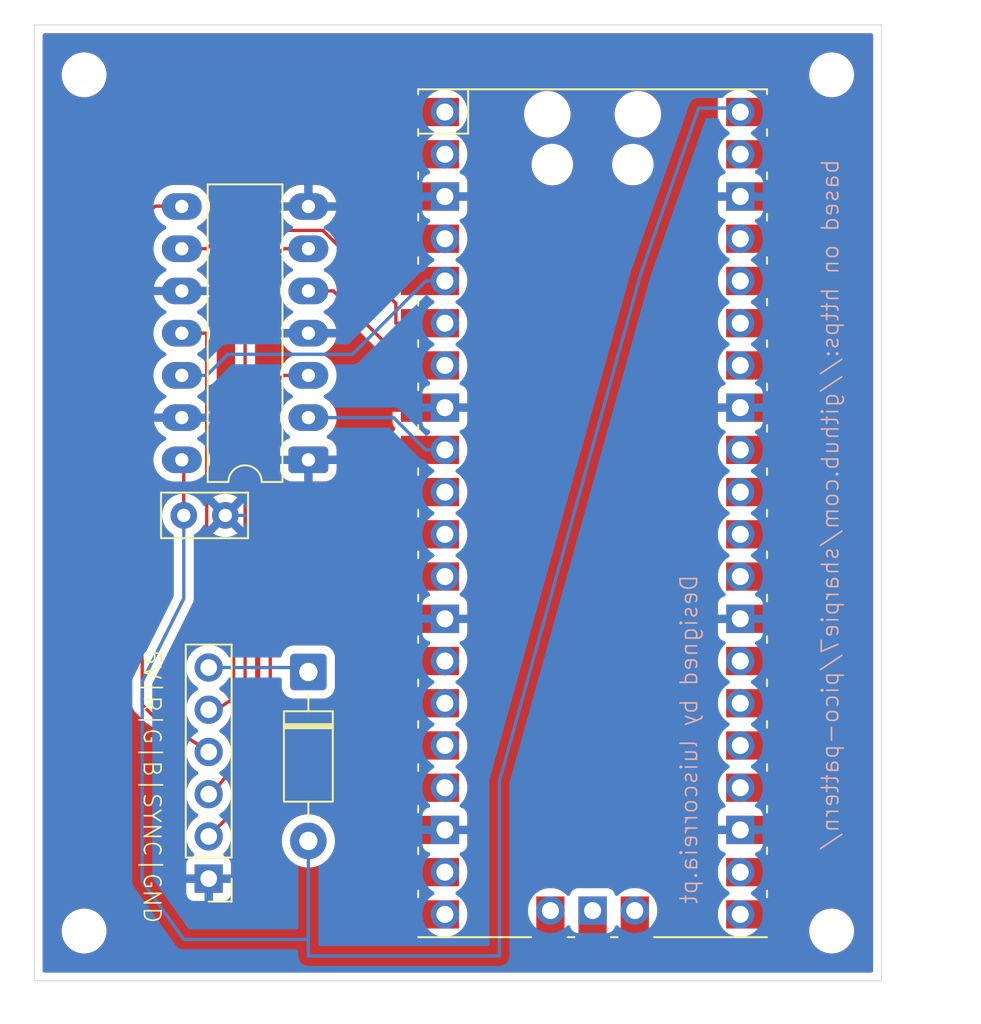
<source format=kicad_pcb>
(kicad_pcb (version 20241229) (generator "pcbnew") (generator_version "9.0")
  (layers (0 "F.Cu" signal) (2 "B.Cu" signal) (13 "F.Paste" user) (15 "B.Paste" user) (5 "F.SilkS" user "F.Silkscreen") (7 "B.SilkS" user "B.Silkscreen") (1 "F.Mask" user) (3 "B.Mask" user) (25 "Edge.Cuts" user))
  (net 0 "")
  (net 31 "Net-(D1-K)")
  (net 32 "GND")
  (net 33 "/BLUE")
  (net 34 "/CSYNC")
  (net 35 "/RED")
  (net 36 "/GREEN")
  (net 38 "Net-(U1-GPIO3)")
  (net 39 "Net-(U1-GPIO4)")
  (net 44 "Net-(U1-GPIO6)")
  (net 54 "Net-(U1-GPIO5)")
  (net 71 "/VCC")
  (footprint "Package_DIP:DIP-14_W7.62mm_LongPads" (layer "F.Cu") (at 46 65.66 180)
    (property "Reference" "U2" (hide yes))
    (property "Value" "74AHCT125" (hide yes))
    (fp_line (start 6.06 16.57) (end 6.06 -1.33) (stroke (width 0.12)) (layer "F.SilkS"))
    (fp_line (start 6.06 -1.33) (end 4.81 -1.33) (stroke (width 0.12)) (layer "F.SilkS"))
    (fp_line (start 2.81 -1.33) (end 1.56 -1.33) (stroke (width 0.12)) (layer "F.SilkS"))
    (fp_line (start 1.56 16.57) (end 6.06 16.57) (stroke (width 0.12)) (layer "F.SilkS"))
    (fp_line (start 1.56 -1.33) (end 1.56 16.57) (stroke (width 0.12)) (layer "F.SilkS"))
    (fp_arc (start 4.81 -1.33) (mid 3.81 -0.33) (end 2.81 -1.33) (stroke (width 0.12)) (layer "F.SilkS"))
    (pad "1" thru_hole roundrect (at 0 0 180) (size 2.4 1.6) (drill 0.8) (layers "*.Cu" "*.Mask") (roundrect_rratio 0.15625) (net 32 "GND"))
    (pad "2" thru_hole oval (at 0 2.54 180) (size 2.4 1.6) (drill 0.8) (layers "*.Cu" "*.Mask") (net 44 "Net-(U1-GPIO6)"))
    (pad "3" thru_hole oval (at 0 5.08 180) (size 2.4 1.6) (drill 0.8) (layers "*.Cu" "*.Mask") (net 34 "/CSYNC"))
    (pad "4" thru_hole oval (at 0 7.62 180) (size 2.4 1.6) (drill 0.8) (layers "*.Cu" "*.Mask") (net 32 "GND"))
    (pad "5" thru_hole oval (at 0 10.16 180) (size 2.4 1.6) (drill 0.8) (layers "*.Cu" "*.Mask") (net 54 "Net-(U1-GPIO5)"))
    (pad "6" thru_hole oval (at 0 12.7 180) (size 2.4 1.6) (drill 0.8) (layers "*.Cu" "*.Mask") (net 33 "/BLUE"))
    (pad "7" thru_hole oval (at 0 15.24 180) (size 2.4 1.6) (drill 0.8) (layers "*.Cu" "*.Mask") (net 32 "GND"))
    (pad "8" thru_hole oval (at 7.62 15.24 180) (size 2.4 1.6) (drill 0.8) (layers "*.Cu" "*.Mask") (net 36 "/GREEN"))
    (pad "9" thru_hole oval (at 7.62 12.7 180) (size 2.4 1.6) (drill 0.8) (layers "*.Cu" "*.Mask") (net 39 "Net-(U1-GPIO4)"))
    (pad "10" thru_hole oval (at 7.62 10.16 180) (size 2.4 1.6) (drill 0.8) (layers "*.Cu" "*.Mask") (net 32 "GND"))
    (pad "11" thru_hole oval (at 7.62 7.62 180) (size 2.4 1.6) (drill 0.8) (layers "*.Cu" "*.Mask") (net 35 "/RED"))
    (pad "12" thru_hole oval (at 7.62 5.08 180) (size 2.4 1.6) (drill 0.8) (layers "*.Cu" "*.Mask") (net 38 "Net-(U1-GPIO3)"))
    (pad "13" thru_hole oval (at 7.62 2.54 180) (size 2.4 1.6) (drill 0.8) (layers "*.Cu" "*.Mask") (net 32 "GND"))
    (pad "14" thru_hole oval (at 7.62 0 180) (size 2.4 1.6) (drill 0.8) (layers "*.Cu" "*.Mask") (net 71 "/VCC"))
  )
  (footprint "MountingHole:MountingHole_2.2mm_M2" (layer "F.Cu") (at 32.5 42.5)
    (property "Reference" "H1" (hide yes))
    (property "Value" "MountingHole" (hide yes))
    (pad "" np_thru_hole circle (at 0 0) (size 2.2 2.2) (drill 2.2) (layers "*.Cu" "*.Mask"))
  )
  (footprint "MountingHole:MountingHole_2.2mm_M2" (layer "F.Cu") (at 32.5 94)
    (property "Reference" "H3" (hide yes))
    (property "Value" "MountingHole" (hide yes))
    (pad "" np_thru_hole circle (at 0 0) (size 2.2 2.2) (drill 2.2) (layers "*.Cu" "*.Mask"))
  )
  (footprint "MountingHole:MountingHole_2.2mm_M2" (layer "F.Cu") (at 77.5 42.5)
    (property "Reference" "H2" (hide yes))
    (property "Value" "MountingHole" (hide yes))
    (pad "" np_thru_hole circle (at 0 0) (size 2.2 2.2) (drill 2.2) (layers "*.Cu" "*.Mask"))
  )
  (footprint "Connector_PinHeader_2.54mm:PinHeader_1x06_P2.54mm_Vertical" (layer "F.Cu") (at 40 90.85 180)
    (property "Reference" "J1" (hide yes))
    (property "Value" "RGB Output" (hide yes))
    (fp_line (start 1.38 1.27) (end 1.38 14.08) (stroke (width 0.12)) (layer "F.SilkS"))
    (fp_line (start -1.38 14.08) (end 1.38 14.08) (stroke (width 0.12)) (layer "F.SilkS"))
    (fp_line (start -1.38 1.27) (end 1.38 1.27) (stroke (width 0.12)) (layer "F.SilkS"))
    (fp_line (start -1.38 1.27) (end -1.38 14.08) (stroke (width 0.12)) (layer "F.SilkS"))
    (fp_line (start -1.38 0) (end -1.38 -1.38) (stroke (width 0.12)) (layer "F.SilkS"))
    (fp_line (start -1.38 -1.38) (end 0 -1.38) (stroke (width 0.12)) (layer "F.SilkS"))
    (pad "1" thru_hole rect (at 0 0 180) (size 1.7 1.7) (drill 1) (layers "*.Cu" "*.Mask") (net 32 "GND"))
    (pad "2" thru_hole circle (at 0 2.54 180) (size 1.7 1.7) (drill 1) (layers "*.Cu" "*.Mask") (net 34 "/CSYNC"))
    (pad "3" thru_hole circle (at 0 5.08 180) (size 1.7 1.7) (drill 1) (layers "*.Cu" "*.Mask") (net 33 "/BLUE"))
    (pad "4" thru_hole circle (at 0 7.62 180) (size 1.7 1.7) (drill 1) (layers "*.Cu" "*.Mask") (net 36 "/GREEN"))
    (pad "5" thru_hole circle (at 0 10.16 180) (size 1.7 1.7) (drill 1) (layers "*.Cu" "*.Mask") (net 35 "/RED"))
    (pad "6" thru_hole circle (at 0 12.7 180) (size 1.7 1.7) (drill 1) (layers "*.Cu" "*.Mask") (net 31 "Net-(D1-K)"))
  )
  (footprint "Diode_THT:D_DO-41_SOD81_P10.16mm_Horizontal" (layer "F.Cu") (at 46 78.42 -90)
    (property "Reference" "D1" (hide yes))
    (property "Value" "1N4001" (hide yes))
    (fp_line (start 1.34 0) (end 2.36 0) (stroke (width 0.12)) (layer "F.SilkS"))
    (fp_line (start 8.82 0) (end 7.8 0) (stroke (width 0.12)) (layer "F.SilkS"))
    (fp_line (start 3.14 -1.47) (end 3.14 1.47) (stroke (width 0.12)) (layer "F.SilkS"))
    (fp_line (start 3.26 -1.47) (end 3.26 1.47) (stroke (width 0.12)) (layer "F.SilkS"))
    (fp_line (start 3.38 -1.47) (end 3.38 1.47) (stroke (width 0.12)) (layer "F.SilkS"))
    (fp_rect (start 2.36 -1.47) (end 7.8 1.47) (stroke (width 0.12)) (fill no) (layer "F.SilkS"))
    (pad "1" thru_hole roundrect (at 0 0 270) (size 2.2 2.2) (drill 1.1) (layers "*.Cu" "*.Mask") (roundrect_rratio 0.113636) (net 31 "Net-(D1-K)"))
    (pad "2" thru_hole circle (at 10.16 0 270) (size 2.2 2.2) (drill 1.1) (layers "*.Cu" "*.Mask") (net 71 "/VCC"))
  )
  (footprint "pico:RPi_Pico_SMD_TH" (layer "F.Cu") (at 63.11 68.87)
    (property "Reference" "U1" (hide yes))
    (property "Value" "Pico" (hide yes))
    (fp_line (start -10.5 -25.5) (end -10.5 -25.2) (stroke (width 0.12)) (layer "F.SilkS"))
    (fp_line (start -10.5 -25.5) (end 10.5 -25.5) (stroke (width 0.12)) (layer "F.SilkS"))
    (fp_line (start -10.5 -23.1) (end -10.5 -22.7) (stroke (width 0.12)) (layer "F.SilkS"))
    (fp_line (start -10.5 -22.833) (end -7.493 -22.833) (stroke (width 0.12)) (layer "F.SilkS"))
    (fp_line (start -10.5 -20.5) (end -10.5 -20.1) (stroke (width 0.12)) (layer "F.SilkS"))
    (fp_line (start -10.5 -18) (end -10.5 -17.6) (stroke (width 0.12)) (layer "F.SilkS"))
    (fp_line (start -10.5 -15.4) (end -10.5 -15) (stroke (width 0.12)) (layer "F.SilkS"))
    (fp_line (start -10.5 -12.9) (end -10.5 -12.5) (stroke (width 0.12)) (layer "F.SilkS"))
    (fp_line (start -10.5 -10.4) (end -10.5 -10) (stroke (width 0.12)) (layer "F.SilkS"))
    (fp_line (start -10.5 -7.8) (end -10.5 -7.4) (stroke (width 0.12)) (layer "F.SilkS"))
    (fp_line (start -10.5 -5.3) (end -10.5 -4.9) (stroke (width 0.12)) (layer "F.SilkS"))
    (fp_line (start -10.5 -2.7) (end -10.5 -2.3) (stroke (width 0.12)) (layer "F.SilkS"))
    (fp_line (start -10.5 -0.2) (end -10.5 0.2) (stroke (width 0.12)) (layer "F.SilkS"))
    (fp_line (start -10.5 2.3) (end -10.5 2.7) (stroke (width 0.12)) (layer "F.SilkS"))
    (fp_line (start -10.5 4.9) (end -10.5 5.3) (stroke (width 0.12)) (layer "F.SilkS"))
    (fp_line (start -10.5 7.4) (end -10.5 7.8) (stroke (width 0.12)) (layer "F.SilkS"))
    (fp_line (start -10.5 10) (end -10.5 10.4) (stroke (width 0.12)) (layer "F.SilkS"))
    (fp_line (start -10.5 12.5) (end -10.5 12.9) (stroke (width 0.12)) (layer "F.SilkS"))
    (fp_line (start -10.5 15.1) (end -10.5 15.5) (stroke (width 0.12)) (layer "F.SilkS"))
    (fp_line (start -10.5 17.6) (end -10.5 18) (stroke (width 0.12)) (layer "F.SilkS"))
    (fp_line (start -10.5 20.1) (end -10.5 20.5) (stroke (width 0.12)) (layer "F.SilkS"))
    (fp_line (start -10.5 22.7) (end -10.5 23.1) (stroke (width 0.12)) (layer "F.SilkS"))
    (fp_line (start -7.493 -22.833) (end -7.493 -25.5) (stroke (width 0.12)) (layer "F.SilkS"))
    (fp_line (start -3.7 25.5) (end -10.5 25.5) (stroke (width 0.12)) (layer "F.SilkS"))
    (fp_line (start -1.5 25.5) (end -1.1 25.5) (stroke (width 0.12)) (layer "F.SilkS"))
    (fp_line (start 1.1 25.5) (end 1.5 25.5) (stroke (width 0.12)) (layer "F.SilkS"))
    (fp_line (start 10.5 -25.5) (end 10.5 -25.2) (stroke (width 0.12)) (layer "F.SilkS"))
    (fp_line (start 10.5 -23.1) (end 10.5 -22.7) (stroke (width 0.12)) (layer "F.SilkS"))
    (fp_line (start 10.5 -20.5) (end 10.5 -20.1) (stroke (width 0.12)) (layer "F.SilkS"))
    (fp_line (start 10.5 -18) (end 10.5 -17.6) (stroke (width 0.12)) (layer "F.SilkS"))
    (fp_line (start 10.5 -15.4) (end 10.5 -15) (stroke (width 0.12)) (layer "F.SilkS"))
    (fp_line (start 10.5 -12.9) (end 10.5 -12.5) (stroke (width 0.12)) (layer "F.SilkS"))
    (fp_line (start 10.5 -10.4) (end 10.5 -10) (stroke (width 0.12)) (layer "F.SilkS"))
    (fp_line (start 10.5 -7.8) (end 10.5 -7.4) (stroke (width 0.12)) (layer "F.SilkS"))
    (fp_line (start 10.5 -5.3) (end 10.5 -4.9) (stroke (width 0.12)) (layer "F.SilkS"))
    (fp_line (start 10.5 -2.7) (end 10.5 -2.3) (stroke (width 0.12)) (layer "F.SilkS"))
    (fp_line (start 10.5 -0.2) (end 10.5 0.2) (stroke (width 0.12)) (layer "F.SilkS"))
    (fp_line (start 10.5 2.3) (end 10.5 2.7) (stroke (width 0.12)) (layer "F.SilkS"))
    (fp_line (start 10.5 4.9) (end 10.5 5.3) (stroke (width 0.12)) (layer "F.SilkS"))
    (fp_line (start 10.5 7.4) (end 10.5 7.8) (stroke (width 0.12)) (layer "F.SilkS"))
    (fp_line (start 10.5 10) (end 10.5 10.4) (stroke (width 0.12)) (layer "F.SilkS"))
    (fp_line (start 10.5 12.5) (end 10.5 12.9) (stroke (width 0.12)) (layer "F.SilkS"))
    (fp_line (start 10.5 15.1) (end 10.5 15.5) (stroke (width 0.12)) (layer "F.SilkS"))
    (fp_line (start 10.5 17.6) (end 10.5 18) (stroke (width 0.12)) (layer "F.SilkS"))
    (fp_line (start 10.5 20.1) (end 10.5 20.5) (stroke (width 0.12)) (layer "F.SilkS"))
    (fp_line (start 10.5 22.7) (end 10.5 23.1) (stroke (width 0.12)) (layer "F.SilkS"))
    (fp_line (start 10.5 25.5) (end 3.7 25.5) (stroke (width 0.12)) (layer "F.SilkS"))
    (pad "" np_thru_hole oval (at -2.725 -24) (size 1.8 1.8) (drill 1.8) (layers "*.Cu" "*.Mask"))
    (pad "" np_thru_hole oval (at -2.425 -20.97) (size 1.5 1.5) (drill 1.5) (layers "*.Cu" "*.Mask"))
    (pad "" np_thru_hole oval (at 2.425 -20.97) (size 1.5 1.5) (drill 1.5) (layers "*.Cu" "*.Mask"))
    (pad "" np_thru_hole oval (at 2.725 -24) (size 1.8 1.8) (drill 1.8) (layers "*.Cu" "*.Mask"))
    (pad "1" thru_hole oval (at -8.89 -24.13) (size 1.7 1.7) (drill 1.02) (layers "*.Cu" "*.Mask"))
    (pad "1" smd rect (at -8.89 -24.13) (size 3.5 1.7) (drill (offset -0.9 0)) (layers "F.Cu" "F.Mask"))
    (pad "2" thru_hole oval (at -8.89 -21.59) (size 1.7 1.7) (drill 1.02) (layers "*.Cu" "*.Mask"))
    (pad "2" smd rect (at -8.89 -21.59) (size 3.5 1.7) (drill (offset -0.9 0)) (layers "F.Cu" "F.Mask"))
    (pad "3" thru_hole rect (at -8.89 -19.05) (size 1.7 1.7) (drill 1.02) (layers "*.Cu" "*.Mask") (net 32 "GND"))
    (pad "3" smd rect (at -8.89 -19.05) (size 3.5 1.7) (drill (offset -0.9 0)) (layers "F.Cu" "F.Mask") (net 32 "GND"))
    (pad "4" thru_hole oval (at -8.89 -16.51) (size 1.7 1.7) (drill 1.02) (layers "*.Cu" "*.Mask"))
    (pad "4" smd rect (at -8.89 -16.51) (size 3.5 1.7) (drill (offset -0.9 0)) (layers "F.Cu" "F.Mask"))
    (pad "5" thru_hole oval (at -8.89 -13.97) (size 1.7 1.7) (drill 1.02) (layers "*.Cu" "*.Mask") (net 38 "Net-(U1-GPIO3)"))
    (pad "5" smd rect (at -8.89 -13.97) (size 3.5 1.7) (drill (offset -0.9 0)) (layers "F.Cu" "F.Mask") (net 38 "Net-(U1-GPIO3)"))
    (pad "6" thru_hole oval (at -8.89 -11.43) (size 1.7 1.7) (drill 1.02) (layers "*.Cu" "*.Mask") (net 39 "Net-(U1-GPIO4)"))
    (pad "6" smd rect (at -8.89 -11.43) (size 3.5 1.7) (drill (offset -0.9 0)) (layers "F.Cu" "F.Mask") (net 39 "Net-(U1-GPIO4)"))
    (pad "7" thru_hole oval (at -8.89 -8.89) (size 1.7 1.7) (drill 1.02) (layers "*.Cu" "*.Mask") (net 54 "Net-(U1-GPIO5)"))
    (pad "7" smd rect (at -8.89 -8.89) (size 3.5 1.7) (drill (offset -0.9 0)) (layers "F.Cu" "F.Mask") (net 54 "Net-(U1-GPIO5)"))
    (pad "8" thru_hole rect (at -8.89 -6.35) (size 1.7 1.7) (drill 1.02) (layers "*.Cu" "*.Mask") (net 32 "GND"))
    (pad "8" smd rect (at -8.89 -6.35) (size 3.5 1.7) (drill (offset -0.9 0)) (layers "F.Cu" "F.Mask") (net 32 "GND"))
    (pad "9" thru_hole oval (at -8.89 -3.81) (size 1.7 1.7) (drill 1.02) (layers "*.Cu" "*.Mask") (net 44 "Net-(U1-GPIO6)"))
    (pad "9" smd rect (at -8.89 -3.81) (size 3.5 1.7) (drill (offset -0.9 0)) (layers "F.Cu" "F.Mask") (net 44 "Net-(U1-GPIO6)"))
    (pad "10" thru_hole oval (at -8.89 -1.27) (size 1.7 1.7) (drill 1.02) (layers "*.Cu" "*.Mask"))
    (pad "10" smd rect (at -8.89 -1.27) (size 3.5 1.7) (drill (offset -0.9 0)) (layers "F.Cu" "F.Mask"))
    (pad "11" thru_hole oval (at -8.89 1.27) (size 1.7 1.7) (drill 1.02) (layers "*.Cu" "*.Mask"))
    (pad "11" smd rect (at -8.89 1.27) (size 3.5 1.7) (drill (offset -0.9 0)) (layers "F.Cu" "F.Mask"))
    (pad "12" thru_hole oval (at -8.89 3.81) (size 1.7 1.7) (drill 1.02) (layers "*.Cu" "*.Mask"))
    (pad "12" smd rect (at -8.89 3.81) (size 3.5 1.7) (drill (offset -0.9 0)) (layers "F.Cu" "F.Mask"))
    (pad "13" thru_hole rect (at -8.89 6.35) (size 1.7 1.7) (drill 1.02) (layers "*.Cu" "*.Mask") (net 32 "GND"))
    (pad "13" smd rect (at -8.89 6.35) (size 3.5 1.7) (drill (offset -0.9 0)) (layers "F.Cu" "F.Mask") (net 32 "GND"))
    (pad "14" thru_hole oval (at -8.89 8.89) (size 1.7 1.7) (drill 1.02) (layers "*.Cu" "*.Mask"))
    (pad "14" smd rect (at -8.89 8.89) (size 3.5 1.7) (drill (offset -0.9 0)) (layers "F.Cu" "F.Mask"))
    (pad "15" thru_hole oval (at -8.89 11.43) (size 1.7 1.7) (drill 1.02) (layers "*.Cu" "*.Mask"))
    (pad "15" smd rect (at -8.89 11.43) (size 3.5 1.7) (drill (offset -0.9 0)) (layers "F.Cu" "F.Mask"))
    (pad "16" thru_hole oval (at -8.89 13.97) (size 1.7 1.7) (drill 1.02) (layers "*.Cu" "*.Mask"))
    (pad "16" smd rect (at -8.89 13.97) (size 3.5 1.7) (drill (offset -0.9 0)) (layers "F.Cu" "F.Mask"))
    (pad "17" thru_hole oval (at -8.89 16.51) (size 1.7 1.7) (drill 1.02) (layers "*.Cu" "*.Mask"))
    (pad "17" smd rect (at -8.89 16.51) (size 3.5 1.7) (drill (offset -0.9 0)) (layers "F.Cu" "F.Mask"))
    (pad "18" thru_hole rect (at -8.89 19.05) (size 1.7 1.7) (drill 1.02) (layers "*.Cu" "*.Mask") (net 32 "GND"))
    (pad "18" smd rect (at -8.89 19.05) (size 3.5 1.7) (drill (offset -0.9 0)) (layers "F.Cu" "F.Mask") (net 32 "GND"))
    (pad "19" thru_hole oval (at -8.89 21.59) (size 1.7 1.7) (drill 1.02) (layers "*.Cu" "*.Mask"))
    (pad "19" smd rect (at -8.89 21.59) (size 3.5 1.7) (drill (offset -0.9 0)) (layers "F.Cu" "F.Mask"))
    (pad "20" thru_hole oval (at -8.89 24.13) (size 1.7 1.7) (drill 1.02) (layers "*.Cu" "*.Mask"))
    (pad "20" smd rect (at -8.89 24.13) (size 3.5 1.7) (drill (offset -0.9 0)) (layers "F.Cu" "F.Mask"))
    (pad "21" thru_hole oval (at 8.89 24.13) (size 1.7 1.7) (drill 1.02) (layers "*.Cu" "*.Mask"))
    (pad "21" smd rect (at 8.89 24.13) (size 3.5 1.7) (drill (offset 0.9 0)) (layers "F.Cu" "F.Mask"))
    (pad "22" thru_hole oval (at 8.89 21.59) (size 1.7 1.7) (drill 1.02) (layers "*.Cu" "*.Mask"))
    (pad "22" smd rect (at 8.89 21.59) (size 3.5 1.7) (drill (offset 0.9 0)) (layers "F.Cu" "F.Mask"))
    (pad "23" thru_hole rect (at 8.89 19.05) (size 1.7 1.7) (drill 1.02) (layers "*.Cu" "*.Mask") (net 32 "GND"))
    (pad "23" smd rect (at 8.89 19.05) (size 3.5 1.7) (drill (offset 0.9 0)) (layers "F.Cu" "F.Mask") (net 32 "GND"))
    (pad "24" thru_hole oval (at 8.89 16.51) (size 1.7 1.7) (drill 1.02) (layers "*.Cu" "*.Mask"))
    (pad "24" smd rect (at 8.89 16.51) (size 3.5 1.7) (drill (offset 0.9 0)) (layers "F.Cu" "F.Mask"))
    (pad "25" thru_hole oval (at 8.89 13.97) (size 1.7 1.7) (drill 1.02) (layers "*.Cu" "*.Mask"))
    (pad "25" smd rect (at 8.89 13.97) (size 3.5 1.7) (drill (offset 0.9 0)) (layers "F.Cu" "F.Mask"))
    (pad "26" thru_hole oval (at 8.89 11.43) (size 1.7 1.7) (drill 1.02) (layers "*.Cu" "*.Mask"))
    (pad "26" smd rect (at 8.89 11.43) (size 3.5 1.7) (drill (offset 0.9 0)) (layers "F.Cu" "F.Mask"))
    (pad "27" thru_hole oval (at 8.89 8.89) (size 1.7 1.7) (drill 1.02) (layers "*.Cu" "*.Mask"))
    (pad "27" smd rect (at 8.89 8.89) (size 3.5 1.7) (drill (offset 0.9 0)) (layers "F.Cu" "F.Mask"))
    (pad "28" thru_hole rect (at 8.89 6.35) (size 1.7 1.7) (drill 1.02) (layers "*.Cu" "*.Mask") (net 32 "GND"))
    (pad "28" smd rect (at 8.89 6.35) (size 3.5 1.7) (drill (offset 0.9 0)) (layers "F.Cu" "F.Mask") (net 32 "GND"))
    (pad "29" thru_hole oval (at 8.89 3.81) (size 1.7 1.7) (drill 1.02) (layers "*.Cu" "*.Mask"))
    (pad "29" smd rect (at 8.89 3.81) (size 3.5 1.7) (drill (offset 0.9 0)) (layers "F.Cu" "F.Mask"))
    (pad "30" thru_hole oval (at 8.89 1.27) (size 1.7 1.7) (drill 1.02) (layers "*.Cu" "*.Mask"))
    (pad "30" smd rect (at 8.89 1.27) (size 3.5 1.7) (drill (offset 0.9 0)) (layers "F.Cu" "F.Mask"))
    (pad "31" thru_hole oval (at 8.89 -1.27) (size 1.7 1.7) (drill 1.02) (layers "*.Cu" "*.Mask"))
    (pad "31" smd rect (at 8.89 -1.27) (size 3.5 1.7) (drill (offset 0.9 0)) (layers "F.Cu" "F.Mask"))
    (pad "32" thru_hole oval (at 8.89 -3.81) (size 1.7 1.7) (drill 1.02) (layers "*.Cu" "*.Mask"))
    (pad "32" smd rect (at 8.89 -3.81) (size 3.5 1.7) (drill (offset 0.9 0)) (layers "F.Cu" "F.Mask"))
    (pad "33" thru_hole rect (at 8.89 -6.35) (size 1.7 1.7) (drill 1.02) (layers "*.Cu" "*.Mask") (net 32 "GND"))
    (pad "33" smd rect (at 8.89 -6.35) (size 3.5 1.7) (drill (offset 0.9 0)) (layers "F.Cu" "F.Mask") (net 32 "GND"))
    (pad "34" thru_hole oval (at 8.89 -8.89) (size 1.7 1.7) (drill 1.02) (layers "*.Cu" "*.Mask"))
    (pad "34" smd rect (at 8.89 -8.89) (size 3.5 1.7) (drill (offset 0.9 0)) (layers "F.Cu" "F.Mask"))
    (pad "35" thru_hole oval (at 8.89 -11.43) (size 1.7 1.7) (drill 1.02) (layers "*.Cu" "*.Mask"))
    (pad "35" smd rect (at 8.89 -11.43) (size 3.5 1.7) (drill (offset 0.9 0)) (layers "F.Cu" "F.Mask"))
    (pad "36" thru_hole oval (at 8.89 -13.97) (size 1.7 1.7) (drill 1.02) (layers "*.Cu" "*.Mask"))
    (pad "36" smd rect (at 8.89 -13.97) (size 3.5 1.7) (drill (offset 0.9 0)) (layers "F.Cu" "F.Mask"))
    (pad "37" thru_hole oval (at 8.89 -16.51) (size 1.7 1.7) (drill 1.02) (layers "*.Cu" "*.Mask"))
    (pad "37" smd rect (at 8.89 -16.51) (size 3.5 1.7) (drill (offset 0.9 0)) (layers "F.Cu" "F.Mask"))
    (pad "38" thru_hole rect (at 8.89 -19.05) (size 1.7 1.7) (drill 1.02) (layers "*.Cu" "*.Mask") (net 32 "GND"))
    (pad "38" smd rect (at 8.89 -19.05) (size 3.5 1.7) (drill (offset 0.9 0)) (layers "F.Cu" "F.Mask") (net 32 "GND"))
    (pad "39" thru_hole oval (at 8.89 -21.59) (size 1.7 1.7) (drill 1.02) (layers "*.Cu" "*.Mask"))
    (pad "39" smd rect (at 8.89 -21.59) (size 3.5 1.7) (drill (offset 0.9 0)) (layers "F.Cu" "F.Mask"))
    (pad "40" thru_hole oval (at 8.89 -24.13) (size 1.7 1.7) (drill 1.02) (layers "*.Cu" "*.Mask") (net 71 "/VCC"))
    (pad "40" smd rect (at 8.89 -24.13) (size 3.5 1.7) (drill (offset 0.9 0)) (layers "F.Cu" "F.Mask") (net 71 "/VCC"))
    (pad "41" thru_hole oval (at -2.54 23.9) (size 1.7 1.7) (drill 1.02) (layers "*.Cu" "*.Mask"))
    (pad "41" smd rect (at -2.54 23.9 90) (size 3.5 1.7) (drill (offset -0.9 0)) (layers "F.Cu" "F.Mask"))
    (pad "42" thru_hole rect (at 0 23.9) (size 1.7 1.7) (drill 1.02) (layers "*.Cu" "*.Mask"))
    (pad "42" smd rect (at 0 23.9 90) (size 3.5 1.7) (drill (offset -0.9 0)) (layers "F.Cu" "F.Mask"))
    (pad "43" thru_hole oval (at 2.54 23.9) (size 1.7 1.7) (drill 1.02) (layers "*.Cu" "*.Mask"))
    (pad "43" smd rect (at 2.54 23.9 90) (size 3.5 1.7) (drill (offset -0.9 0)) (layers "F.Cu" "F.Mask"))
  )
  (footprint "MountingHole:MountingHole_2.2mm_M2" (layer "F.Cu") (at 77.5 94)
    (property "Reference" "H4" (hide yes))
    (property "Value" "MountingHole" (hide yes))
    (pad "" np_thru_hole circle (at 0 0) (size 2.2 2.2) (drill 2.2) (layers "*.Cu" "*.Mask"))
  )
  (footprint "Capacitor_THT:C_Disc_D5.0mm_W2.5mm_P2.50mm" (layer "F.Cu") (at 38.5 69)
    (property "Reference" "C1" (hide yes))
    (property "Value" "100nF" (hide yes))
    (fp_line (start -1.37 -1.37) (end 3.87 -1.37) (stroke (width 0.12)) (layer "F.SilkS"))
    (fp_line (start -1.37 1.37) (end -1.37 -1.37) (stroke (width 0.12)) (layer "F.SilkS"))
    (fp_line (start 3.87 -1.37) (end 3.87 1.37) (stroke (width 0.12)) (layer "F.SilkS"))
    (fp_line (start 3.87 1.37) (end -1.37 1.37) (stroke (width 0.12)) (layer "F.SilkS"))
    (pad "1" thru_hole circle (at 0 0) (size 1.6 1.6) (drill 0.8) (layers "*.Cu" "*.Mask") (net 71 "/VCC"))
    (pad "2" thru_hole circle (at 2.5 0) (size 1.6 1.6) (drill 0.8) (layers "*.Cu" "*.Mask") (net 32 "GND"))
  )
  (gr_line (start 36.8 50.4) (end 38.2 50.4) (stroke (width 0.2)) (layer "F.Cu") (net 36))
  (gr_line (start 40 83.2) (end 36.6 81) (stroke (width 0.2)) (layer "F.Cu") (net 36))
  (gr_line (start 41.5 73) (end 41.5 80) (stroke (width 0.2)) (layer "F.Cu") (net 35))
  (gr_line (start 36.6 81) (end 36 80.4) (stroke (width 0.2)) (layer "F.Cu") (net 36))
  (gr_line (start 36 80.4) (end 36 51) (stroke (width 0.2)) (layer "F.Cu") (net 36))
  (gr_line (start 41.5 80) (end 40 81) (stroke (width 0.2)) (layer "F.Cu") (net 35))
  (gr_line (start 42 83.5) (end 42 80.5) (stroke (width 0.2)) (layer "F.Cu") (net 33))
  (gr_line (start 40 86) (end 42 83.5) (stroke (width 0.2)) (layer "F.Cu") (net 33))
  (gr_line (start 36 51) (end 36.8 50.4) (stroke (width 0.2)) (layer "F.Cu") (net 36))
  (gr_line (start 46 67.5) (end 46 65.5) (stroke (width 0.2)) (layer "B.Cu") (net 32))
  (gr_line (start 46 95.5) (end 46 88.5) (stroke (width 0.2)) (layer "B.Cu") (net 71))
  (gr_line (start 57.5 95.5) (end 46 95.5) (stroke (width 0.2)) (layer "B.Cu") (net 71))
  (gr_line (start 36 91) (end 38.5 94.5) (stroke (width 0.2)) (layer "B.Cu") (net 71))
  (gr_line (start 36 79) (end 36 91) (stroke (width 0.2)) (layer "B.Cu") (net 71))
  (gr_line (start 72 44.5) (end 69.5 44.5) (stroke (width 0.2)) (layer "B.Cu") (net 71))
  (gr_line (start 69.5 44.5) (end 66 54.5) (stroke (width 0.2)) (layer "B.Cu") (net 71))
  (gr_line (start 57.5 85) (end 57.5 95.5) (stroke (width 0.2)) (layer "B.Cu") (net 71))
  (gr_line (start 44 69) (end 46 67.5) (stroke (width 0.2)) (layer "B.Cu") (net 32))
  (gr_line (start 66 54.5) (end 57.5 85) (stroke (width 0.2)) (layer "B.Cu") (net 71))
  (gr_line (start 38.5 69) (end 38.5 74) (stroke (width 0.2)) (layer "B.Cu") (net 71))
  (gr_line (start 38.5 94.5) (end 46 94.5) (stroke (width 0.2)) (layer "B.Cu") (net 71))
  (gr_line (start 41 69) (end 44 69) (stroke (width 0.2)) (layer "B.Cu") (net 32))
  (gr_line (start 38.5 74) (end 36 79) (stroke (width 0.2)) (layer "B.Cu") (net 71))
  (gr_line (start 29.5 39.5) (end 29.5 97) (stroke (width 0.05)) (layer "Edge.Cuts"))
  (gr_line (start 29.5 97) (end 80.5 97) (stroke (width 0.05)) (layer "Edge.Cuts"))
  (gr_line (start 80.5 97) (end 80.5 39.5) (stroke (width 0.05)) (layer "Edge.Cuts"))
  (gr_line (start 80.5 39.5) (end 29.5 39.5) (stroke (width 0.05)) (layer "Edge.Cuts"))
  (gr_text "5V|R|G|B|SYNC|GND" (at 36 77 270) (layer "F.SilkS") (effects (font (size 1 1) (thickness 0.1)) (justify left bottom)))
  (gr_text "Designed by luiscorreia.pt" (at 69.5 72.5 90) (layer "B.SilkS") (effects (font (size 1 1) (thickness 0.1)) (justify left bottom mirror)))
  (gr_text "based on https://github.com/sharpie7/pico-pattern/" (at 78 47.5 90) (layer "B.SilkS") (effects (font (size 1 1) (thickness 0.1)) (justify left bottom mirror)))
  (segment (start 40 78.15) (end 45.73 78.15) (width 0.2) (layer "B.Cu") (net 31))
  (segment (start 45.73 78.15) (end 46 78.42) (width 0.2) (layer "B.Cu") (net 31))
  (segment (start 46 52.96) (end 44.4983 52.96) (width 0.2) (layer "F.Cu") (net 33))
  (segment (start 42.1915 55.2668) (end 44.4983 52.96) (width 0.2) (layer "F.Cu") (net 33))
  (segment (start 42.1915 81.0385) (end 42.1915 55.2668) (width 0.2) (layer "F.Cu") (net 33))
  (segment (start 43.7055 84.6045) (end 40 88.31) (width 0.2) (layer "F.Cu") (net 34))
  (segment (start 43.7055 61.3728) (end 43.7055 84.6045) (width 0.2) (layer "F.Cu") (net 34))
  (segment (start 46 60.58) (end 44.4983 60.58) (width 0.2) (layer "F.Cu") (net 34))
  (segment (start 44.4983 60.58) (end 43.7055 61.3728) (width 0.2) (layer "F.Cu") (net 34))
  (segment (start 39.8817 71.4115) (end 39.8817 58.04) (width 0.2) (layer "F.Cu") (net 35))
  (segment (start 41.5 73.0298) (end 39.8817 71.4115) (width 0.2) (layer "F.Cu") (net 35))
  (segment (start 39.8817 58.04) (end 38.38 58.04) (width 0.2) (layer "F.Cu") (net 35))
  (segment (start 54.22 54.9) (end 53.0683 54.9) (width 0.2) (layer "B.Cu") (net 38))
  (segment (start 48.6583 59.31) (end 41.1517 59.31) (width 0.2) (layer "B.Cu") (net 38))
  (segment (start 38.38 60.58) (end 39.8817 60.58) (width 0.2) (layer "B.Cu") (net 38))
  (segment (start 53.0683 54.9) (end 48.6583 59.31) (width 0.2) (layer "B.Cu") (net 38))
  (segment (start 41.1517 59.31) (end 39.8817 60.58) (width 0.2) (layer "B.Cu") (net 38))
  (segment (start 46.876 51.8579) (end 51.2683 56.2502) (width 0.2) (layer "F.Cu") (net 39))
  (segment (start 40.9838 51.8579) (end 46.876 51.8579) (width 0.2) (layer "F.Cu") (net 39))
  (segment (start 39.8817 52.96) (end 40.9838 51.8579) (width 0.2) (layer "F.Cu") (net 39))
  (segment (start 38.38 52.96) (end 39.8817 52.96) (width 0.2) (layer "F.Cu") (net 39))
  (segment (start 51.2683 56.2502) (end 51.2683 57.44) (width 0.2) (layer "F.Cu") (net 39))
  (segment (start 54.22 57.44) (end 51.2683 57.44) (width 0.2) (layer "F.Cu") (net 39))
  (segment (start 46 63.12) (end 51.1283 63.12) (width 0.2) (layer "B.Cu") (net 44))
  (segment (start 54.22 65.06) (end 53.0683 65.06) (width 0.2) (layer "B.Cu") (net 44))
  (segment (start 51.1283 63.12) (end 53.0683 65.06) (width 0.2) (layer "B.Cu") (net 44))
  (segment (start 46 55.5) (end 47.5017 55.5) (width 0.2) (layer "F.Cu") (net 54))
  (segment (start 51.2683 59.2666) (end 51.2683 59.98) (width 0.2) (layer "F.Cu") (net 54))
  (segment (start 54.22 59.98) (end 51.2683 59.98) (width 0.2) (layer "F.Cu") (net 54))
  (segment (start 47.5017 55.5) (end 51.2683 59.2666) (width 0.2) (layer "F.Cu") (net 54))
  (segment (start 38.5 65.78) (end 38.5 69) (width 0.2) (layer "F.Cu") (net 71))
  (segment (start 38.38 65.66) (end 38.5 65.78) (width 0.2) (layer "F.Cu") (net 71))
  (zone (net 32) (net_name "GND") (layer "F.Cu") (priority 1) (connect_pads (clearance 0.5)) (min_thickness 0.25) (fill yes (thermal_gap 0.5) (thermal_bridge_width 0.5))
    (polygon (pts (xy 85.508265 38) (xy 27.5 38) (xy 27.5 99.6) (xy 86.506941 98.419861)))
  )
  (zone (net 32) (net_name "GND") (layer "B.Cu") (connect_pads (clearance 0.5)) (min_thickness 0.25) (fill yes (thermal_gap 0.5) (thermal_bridge_width 0.5))
    (polygon (pts (xy 27.935899 39.370398) (xy 82.5 39.370398) (xy 82.5 98.391451) (xy 27.4364 97.811833)))
  )
)
</source>
